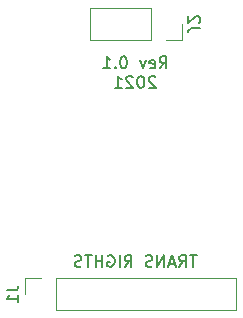
<source format=gbr>
%TF.GenerationSoftware,KiCad,Pcbnew,(5.1.6)-1*%
%TF.CreationDate,2021-02-02T19:23:23-08:00*%
%TF.ProjectId,DH_LEDRing,44485f4c-4544-4526-996e-672e6b696361,rev?*%
%TF.SameCoordinates,Original*%
%TF.FileFunction,Legend,Bot*%
%TF.FilePolarity,Positive*%
%FSLAX46Y46*%
G04 Gerber Fmt 4.6, Leading zero omitted, Abs format (unit mm)*
G04 Created by KiCad (PCBNEW (5.1.6)-1) date 2021-02-02 19:23:23*
%MOMM*%
%LPD*%
G01*
G04 APERTURE LIST*
%ADD10C,0.150000*%
%ADD11C,0.120000*%
G04 APERTURE END LIST*
D10*
X134071428Y-59627380D02*
X134404761Y-59151190D01*
X134642857Y-59627380D02*
X134642857Y-58627380D01*
X134261904Y-58627380D01*
X134166666Y-58675000D01*
X134119047Y-58722619D01*
X134071428Y-58817857D01*
X134071428Y-58960714D01*
X134119047Y-59055952D01*
X134166666Y-59103571D01*
X134261904Y-59151190D01*
X134642857Y-59151190D01*
X133261904Y-59579761D02*
X133357142Y-59627380D01*
X133547619Y-59627380D01*
X133642857Y-59579761D01*
X133690476Y-59484523D01*
X133690476Y-59103571D01*
X133642857Y-59008333D01*
X133547619Y-58960714D01*
X133357142Y-58960714D01*
X133261904Y-59008333D01*
X133214285Y-59103571D01*
X133214285Y-59198809D01*
X133690476Y-59294047D01*
X132880952Y-58960714D02*
X132642857Y-59627380D01*
X132404761Y-58960714D01*
X131071428Y-58627380D02*
X130976190Y-58627380D01*
X130880952Y-58675000D01*
X130833333Y-58722619D01*
X130785714Y-58817857D01*
X130738095Y-59008333D01*
X130738095Y-59246428D01*
X130785714Y-59436904D01*
X130833333Y-59532142D01*
X130880952Y-59579761D01*
X130976190Y-59627380D01*
X131071428Y-59627380D01*
X131166666Y-59579761D01*
X131214285Y-59532142D01*
X131261904Y-59436904D01*
X131309523Y-59246428D01*
X131309523Y-59008333D01*
X131261904Y-58817857D01*
X131214285Y-58722619D01*
X131166666Y-58675000D01*
X131071428Y-58627380D01*
X130309523Y-59532142D02*
X130261904Y-59579761D01*
X130309523Y-59627380D01*
X130357142Y-59579761D01*
X130309523Y-59532142D01*
X130309523Y-59627380D01*
X129309523Y-59627380D02*
X129880952Y-59627380D01*
X129595238Y-59627380D02*
X129595238Y-58627380D01*
X129690476Y-58770238D01*
X129785714Y-58865476D01*
X129880952Y-58913095D01*
X133714285Y-60372619D02*
X133666666Y-60325000D01*
X133571428Y-60277380D01*
X133333333Y-60277380D01*
X133238095Y-60325000D01*
X133190476Y-60372619D01*
X133142857Y-60467857D01*
X133142857Y-60563095D01*
X133190476Y-60705952D01*
X133761904Y-61277380D01*
X133142857Y-61277380D01*
X132523809Y-60277380D02*
X132428571Y-60277380D01*
X132333333Y-60325000D01*
X132285714Y-60372619D01*
X132238095Y-60467857D01*
X132190476Y-60658333D01*
X132190476Y-60896428D01*
X132238095Y-61086904D01*
X132285714Y-61182142D01*
X132333333Y-61229761D01*
X132428571Y-61277380D01*
X132523809Y-61277380D01*
X132619047Y-61229761D01*
X132666666Y-61182142D01*
X132714285Y-61086904D01*
X132761904Y-60896428D01*
X132761904Y-60658333D01*
X132714285Y-60467857D01*
X132666666Y-60372619D01*
X132619047Y-60325000D01*
X132523809Y-60277380D01*
X131809523Y-60372619D02*
X131761904Y-60325000D01*
X131666666Y-60277380D01*
X131428571Y-60277380D01*
X131333333Y-60325000D01*
X131285714Y-60372619D01*
X131238095Y-60467857D01*
X131238095Y-60563095D01*
X131285714Y-60705952D01*
X131857142Y-61277380D01*
X131238095Y-61277380D01*
X130285714Y-61277380D02*
X130857142Y-61277380D01*
X130571428Y-61277380D02*
X130571428Y-60277380D01*
X130666666Y-60420238D01*
X130761904Y-60515476D01*
X130857142Y-60563095D01*
X137214285Y-75452380D02*
X136642857Y-75452380D01*
X136928571Y-76452380D02*
X136928571Y-75452380D01*
X135738095Y-76452380D02*
X136071428Y-75976190D01*
X136309523Y-76452380D02*
X136309523Y-75452380D01*
X135928571Y-75452380D01*
X135833333Y-75500000D01*
X135785714Y-75547619D01*
X135738095Y-75642857D01*
X135738095Y-75785714D01*
X135785714Y-75880952D01*
X135833333Y-75928571D01*
X135928571Y-75976190D01*
X136309523Y-75976190D01*
X135357142Y-76166666D02*
X134880952Y-76166666D01*
X135452380Y-76452380D02*
X135119047Y-75452380D01*
X134785714Y-76452380D01*
X134452380Y-76452380D02*
X134452380Y-75452380D01*
X133880952Y-76452380D01*
X133880952Y-75452380D01*
X133452380Y-76404761D02*
X133309523Y-76452380D01*
X133071428Y-76452380D01*
X132976190Y-76404761D01*
X132928571Y-76357142D01*
X132880952Y-76261904D01*
X132880952Y-76166666D01*
X132928571Y-76071428D01*
X132976190Y-76023809D01*
X133071428Y-75976190D01*
X133261904Y-75928571D01*
X133357142Y-75880952D01*
X133404761Y-75833333D01*
X133452380Y-75738095D01*
X133452380Y-75642857D01*
X133404761Y-75547619D01*
X133357142Y-75500000D01*
X133261904Y-75452380D01*
X133023809Y-75452380D01*
X132880952Y-75500000D01*
X131119047Y-76452380D02*
X131452380Y-75976190D01*
X131690476Y-76452380D02*
X131690476Y-75452380D01*
X131309523Y-75452380D01*
X131214285Y-75500000D01*
X131166666Y-75547619D01*
X131119047Y-75642857D01*
X131119047Y-75785714D01*
X131166666Y-75880952D01*
X131214285Y-75928571D01*
X131309523Y-75976190D01*
X131690476Y-75976190D01*
X130690476Y-76452380D02*
X130690476Y-75452380D01*
X129690476Y-75500000D02*
X129785714Y-75452380D01*
X129928571Y-75452380D01*
X130071428Y-75500000D01*
X130166666Y-75595238D01*
X130214285Y-75690476D01*
X130261904Y-75880952D01*
X130261904Y-76023809D01*
X130214285Y-76214285D01*
X130166666Y-76309523D01*
X130071428Y-76404761D01*
X129928571Y-76452380D01*
X129833333Y-76452380D01*
X129690476Y-76404761D01*
X129642857Y-76357142D01*
X129642857Y-76023809D01*
X129833333Y-76023809D01*
X129214285Y-76452380D02*
X129214285Y-75452380D01*
X129214285Y-75928571D02*
X128642857Y-75928571D01*
X128642857Y-76452380D02*
X128642857Y-75452380D01*
X128309523Y-75452380D02*
X127738095Y-75452380D01*
X128023809Y-76452380D02*
X128023809Y-75452380D01*
X127452380Y-76404761D02*
X127309523Y-76452380D01*
X127071428Y-76452380D01*
X126976190Y-76404761D01*
X126928571Y-76357142D01*
X126880952Y-76261904D01*
X126880952Y-76166666D01*
X126928571Y-76071428D01*
X126976190Y-76023809D01*
X127071428Y-75976190D01*
X127261904Y-75928571D01*
X127357142Y-75880952D01*
X127404761Y-75833333D01*
X127452380Y-75738095D01*
X127452380Y-75642857D01*
X127404761Y-75547619D01*
X127357142Y-75500000D01*
X127261904Y-75452380D01*
X127023809Y-75452380D01*
X126880952Y-75500000D01*
D11*
%TO.C,J1*%
X122670000Y-77410000D02*
X122670000Y-78740000D01*
X124000000Y-77410000D02*
X122670000Y-77410000D01*
X125270000Y-77410000D02*
X125270000Y-80070000D01*
X125270000Y-80070000D02*
X140570000Y-80070000D01*
X125270000Y-77410000D02*
X140570000Y-77410000D01*
X140570000Y-77410000D02*
X140570000Y-80070000D01*
%TO.C,J2*%
X135950000Y-57210000D02*
X135950000Y-55880000D01*
X134620000Y-57210000D02*
X135950000Y-57210000D01*
X133350000Y-57210000D02*
X133350000Y-54550000D01*
X133350000Y-54550000D02*
X128210000Y-54550000D01*
X133350000Y-57210000D02*
X128210000Y-57210000D01*
X128210000Y-57210000D02*
X128210000Y-54550000D01*
%TO.C,J1*%
D10*
X121122380Y-78406666D02*
X121836666Y-78406666D01*
X121979523Y-78359047D01*
X122074761Y-78263809D01*
X122122380Y-78120952D01*
X122122380Y-78025714D01*
X122122380Y-79406666D02*
X122122380Y-78835238D01*
X122122380Y-79120952D02*
X121122380Y-79120952D01*
X121265238Y-79025714D01*
X121360476Y-78930476D01*
X121408095Y-78835238D01*
%TO.C,J2*%
X137497619Y-56213333D02*
X136783333Y-56213333D01*
X136640476Y-56260952D01*
X136545238Y-56356190D01*
X136497619Y-56499047D01*
X136497619Y-56594285D01*
X137402380Y-55784761D02*
X137450000Y-55737142D01*
X137497619Y-55641904D01*
X137497619Y-55403809D01*
X137450000Y-55308571D01*
X137402380Y-55260952D01*
X137307142Y-55213333D01*
X137211904Y-55213333D01*
X137069047Y-55260952D01*
X136497619Y-55832380D01*
X136497619Y-55213333D01*
%TD*%
M02*

</source>
